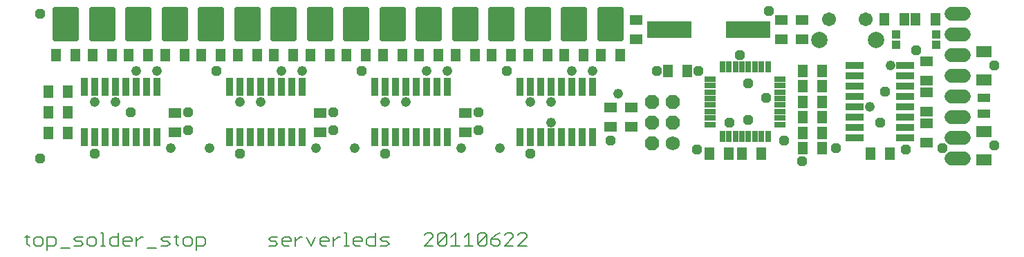
<source format=gts>
G75*
G70*
%OFA0B0*%
%FSLAX24Y24*%
%IPPOS*%
%LPD*%
%AMOC8*
5,1,8,0,0,1.08239X$1,22.5*
%
%ADD10C,0.0060*%
%ADD11R,0.0340X0.0880*%
%ADD12C,0.0252*%
%ADD13R,0.0493X0.0592*%
%ADD14R,0.0300X0.0580*%
%ADD15R,0.0580X0.0300*%
%ADD16R,0.0880X0.0340*%
%ADD17R,0.0592X0.0493*%
%ADD18R,0.2180X0.0840*%
%ADD19C,0.0789*%
%ADD20C,0.0674*%
%ADD21C,0.0680*%
%ADD22OC8,0.0680*%
%ADD23R,0.0395X0.0395*%
%ADD24C,0.0680*%
%ADD25R,0.0592X0.0434*%
%ADD26R,0.0749X0.0572*%
%ADD27C,0.0476*%
%ADD28OC8,0.0476*%
D10*
X003896Y002162D02*
X003896Y002803D01*
X004216Y002803D01*
X004323Y002696D01*
X004323Y002482D01*
X004216Y002376D01*
X003896Y002376D01*
X003679Y002482D02*
X003572Y002376D01*
X003358Y002376D01*
X003251Y002482D01*
X003251Y002696D01*
X003358Y002803D01*
X003572Y002803D01*
X003679Y002696D01*
X003679Y002482D01*
X003035Y002376D02*
X002929Y002482D01*
X002929Y002909D01*
X003035Y002803D02*
X002822Y002803D01*
X004541Y002269D02*
X004968Y002269D01*
X005185Y002376D02*
X005505Y002376D01*
X005612Y002482D01*
X005505Y002589D01*
X005292Y002589D01*
X005185Y002696D01*
X005292Y002803D01*
X005612Y002803D01*
X005830Y002696D02*
X005936Y002803D01*
X006150Y002803D01*
X006257Y002696D01*
X006257Y002482D01*
X006150Y002376D01*
X005936Y002376D01*
X005830Y002482D01*
X005830Y002696D01*
X006474Y003016D02*
X006581Y003016D01*
X006581Y002376D01*
X006474Y002376D02*
X006688Y002376D01*
X006904Y002482D02*
X007011Y002376D01*
X007331Y002376D01*
X007331Y003016D01*
X007331Y002803D02*
X007011Y002803D01*
X006904Y002696D01*
X006904Y002482D01*
X007548Y002482D02*
X007548Y002696D01*
X007655Y002803D01*
X007869Y002803D01*
X007975Y002696D01*
X007975Y002589D01*
X007548Y002589D01*
X007548Y002482D02*
X007655Y002376D01*
X007869Y002376D01*
X008193Y002376D02*
X008193Y002803D01*
X008406Y002803D02*
X008513Y002803D01*
X008406Y002803D02*
X008193Y002589D01*
X008730Y002269D02*
X009157Y002269D01*
X009374Y002376D02*
X009695Y002376D01*
X009801Y002482D01*
X009695Y002589D01*
X009481Y002589D01*
X009374Y002696D01*
X009481Y002803D01*
X009801Y002803D01*
X010019Y002803D02*
X010233Y002803D01*
X010126Y002909D02*
X010126Y002482D01*
X010233Y002376D01*
X010449Y002482D02*
X010555Y002376D01*
X010769Y002376D01*
X010876Y002482D01*
X010876Y002696D01*
X010769Y002803D01*
X010555Y002803D01*
X010449Y002696D01*
X010449Y002482D01*
X011093Y002376D02*
X011413Y002376D01*
X011520Y002482D01*
X011520Y002696D01*
X011413Y002803D01*
X011093Y002803D01*
X011093Y002162D01*
X014572Y002376D02*
X014892Y002376D01*
X014999Y002482D01*
X014892Y002589D01*
X014679Y002589D01*
X014572Y002696D01*
X014679Y002803D01*
X014999Y002803D01*
X015216Y002696D02*
X015323Y002803D01*
X015537Y002803D01*
X015643Y002696D01*
X015643Y002589D01*
X015216Y002589D01*
X015216Y002482D02*
X015216Y002696D01*
X015216Y002482D02*
X015323Y002376D01*
X015537Y002376D01*
X015861Y002376D02*
X015861Y002803D01*
X016074Y002803D02*
X016181Y002803D01*
X016074Y002803D02*
X015861Y002589D01*
X016398Y002803D02*
X016611Y002376D01*
X016825Y002803D01*
X017042Y002696D02*
X017149Y002803D01*
X017363Y002803D01*
X017469Y002696D01*
X017469Y002589D01*
X017042Y002589D01*
X017042Y002482D02*
X017042Y002696D01*
X017042Y002482D02*
X017149Y002376D01*
X017363Y002376D01*
X017687Y002376D02*
X017687Y002803D01*
X017901Y002803D02*
X018007Y002803D01*
X017901Y002803D02*
X017687Y002589D01*
X018654Y002589D02*
X019081Y002589D01*
X019081Y002696D01*
X018974Y002803D01*
X018761Y002803D01*
X018654Y002696D01*
X018654Y002482D01*
X018761Y002376D01*
X018974Y002376D01*
X019298Y002482D02*
X019298Y002696D01*
X019405Y002803D01*
X019725Y002803D01*
X019725Y003016D02*
X019725Y002376D01*
X019405Y002376D01*
X019298Y002482D01*
X019943Y002376D02*
X020263Y002376D01*
X020370Y002482D01*
X020263Y002589D01*
X020050Y002589D01*
X019943Y002696D01*
X020050Y002803D01*
X020370Y002803D01*
X022072Y002909D02*
X022179Y003016D01*
X022392Y003016D01*
X022499Y002909D01*
X022499Y002803D01*
X022072Y002376D01*
X022499Y002376D01*
X022716Y002482D02*
X023143Y002909D01*
X023143Y002482D01*
X023037Y002376D01*
X022823Y002376D01*
X022716Y002482D01*
X022716Y002909D01*
X022823Y003016D01*
X023037Y003016D01*
X023143Y002909D01*
X023361Y002803D02*
X023574Y003016D01*
X023574Y002376D01*
X023361Y002376D02*
X023788Y002376D01*
X024005Y002376D02*
X024432Y002376D01*
X024219Y002376D02*
X024219Y003016D01*
X024005Y002803D01*
X024650Y002909D02*
X024757Y003016D01*
X024970Y003016D01*
X025077Y002909D01*
X024650Y002482D01*
X024757Y002376D01*
X024970Y002376D01*
X025077Y002482D01*
X025077Y002909D01*
X025294Y002696D02*
X025615Y002696D01*
X025721Y002589D01*
X025721Y002482D01*
X025615Y002376D01*
X025401Y002376D01*
X025294Y002482D01*
X025294Y002696D01*
X025508Y002909D01*
X025721Y003016D01*
X025939Y002909D02*
X026046Y003016D01*
X026259Y003016D01*
X026366Y002909D01*
X026366Y002803D01*
X025939Y002376D01*
X026366Y002376D01*
X026584Y002376D02*
X027011Y002803D01*
X027011Y002909D01*
X026904Y003016D01*
X026690Y003016D01*
X026584Y002909D01*
X026584Y002376D02*
X027011Y002376D01*
X024650Y002482D02*
X024650Y002909D01*
X018438Y002376D02*
X018224Y002376D01*
X018331Y002376D02*
X018331Y003016D01*
X018224Y003016D01*
D11*
X019667Y007636D03*
X020167Y007636D03*
X020667Y007636D03*
X021167Y007636D03*
X021667Y007636D03*
X022167Y007636D03*
X022667Y007636D03*
X023167Y007636D03*
X026667Y007636D03*
X027167Y007636D03*
X027667Y007636D03*
X028167Y007636D03*
X028667Y007636D03*
X029167Y007636D03*
X029667Y007636D03*
X030167Y007636D03*
X030167Y010056D03*
X029667Y010056D03*
X029167Y010056D03*
X028667Y010056D03*
X028167Y010056D03*
X027667Y010056D03*
X027167Y010056D03*
X026667Y010056D03*
X023167Y010056D03*
X022667Y010056D03*
X022167Y010056D03*
X021667Y010056D03*
X021167Y010056D03*
X020667Y010056D03*
X020167Y010056D03*
X019667Y010056D03*
X016167Y010056D03*
X015667Y010056D03*
X015167Y010056D03*
X014667Y010056D03*
X014167Y010056D03*
X013667Y010056D03*
X013167Y010056D03*
X012667Y010056D03*
X009167Y010056D03*
X008667Y010056D03*
X008167Y010056D03*
X007667Y010056D03*
X007167Y010056D03*
X006667Y010056D03*
X006167Y010056D03*
X005667Y010056D03*
X005667Y007636D03*
X006167Y007636D03*
X006667Y007636D03*
X007167Y007636D03*
X007667Y007636D03*
X008167Y007636D03*
X008667Y007636D03*
X009167Y007636D03*
X012667Y007636D03*
X013167Y007636D03*
X013667Y007636D03*
X014167Y007636D03*
X014667Y007636D03*
X015167Y007636D03*
X015667Y007636D03*
X016167Y007636D03*
D12*
X016538Y012395D02*
X016538Y013797D01*
X017546Y013797D01*
X017546Y012395D01*
X016538Y012395D01*
X016538Y012646D02*
X017546Y012646D01*
X017546Y012897D02*
X016538Y012897D01*
X016538Y013148D02*
X017546Y013148D01*
X017546Y013399D02*
X016538Y013399D01*
X016538Y013650D02*
X017546Y013650D01*
X018288Y013797D02*
X018288Y012395D01*
X018288Y013797D02*
X019296Y013797D01*
X019296Y012395D01*
X018288Y012395D01*
X018288Y012646D02*
X019296Y012646D01*
X019296Y012897D02*
X018288Y012897D01*
X018288Y013148D02*
X019296Y013148D01*
X019296Y013399D02*
X018288Y013399D01*
X018288Y013650D02*
X019296Y013650D01*
X020038Y013797D02*
X020038Y012395D01*
X020038Y013797D02*
X021046Y013797D01*
X021046Y012395D01*
X020038Y012395D01*
X020038Y012646D02*
X021046Y012646D01*
X021046Y012897D02*
X020038Y012897D01*
X020038Y013148D02*
X021046Y013148D01*
X021046Y013399D02*
X020038Y013399D01*
X020038Y013650D02*
X021046Y013650D01*
X021788Y013797D02*
X021788Y012395D01*
X021788Y013797D02*
X022796Y013797D01*
X022796Y012395D01*
X021788Y012395D01*
X021788Y012646D02*
X022796Y012646D01*
X022796Y012897D02*
X021788Y012897D01*
X021788Y013148D02*
X022796Y013148D01*
X022796Y013399D02*
X021788Y013399D01*
X021788Y013650D02*
X022796Y013650D01*
X023538Y013797D02*
X023538Y012395D01*
X023538Y013797D02*
X024546Y013797D01*
X024546Y012395D01*
X023538Y012395D01*
X023538Y012646D02*
X024546Y012646D01*
X024546Y012897D02*
X023538Y012897D01*
X023538Y013148D02*
X024546Y013148D01*
X024546Y013399D02*
X023538Y013399D01*
X023538Y013650D02*
X024546Y013650D01*
X025288Y013797D02*
X025288Y012395D01*
X025288Y013797D02*
X026296Y013797D01*
X026296Y012395D01*
X025288Y012395D01*
X025288Y012646D02*
X026296Y012646D01*
X026296Y012897D02*
X025288Y012897D01*
X025288Y013148D02*
X026296Y013148D01*
X026296Y013399D02*
X025288Y013399D01*
X025288Y013650D02*
X026296Y013650D01*
X027038Y013797D02*
X027038Y012395D01*
X027038Y013797D02*
X028046Y013797D01*
X028046Y012395D01*
X027038Y012395D01*
X027038Y012646D02*
X028046Y012646D01*
X028046Y012897D02*
X027038Y012897D01*
X027038Y013148D02*
X028046Y013148D01*
X028046Y013399D02*
X027038Y013399D01*
X027038Y013650D02*
X028046Y013650D01*
X028788Y013797D02*
X028788Y012395D01*
X028788Y013797D02*
X029796Y013797D01*
X029796Y012395D01*
X028788Y012395D01*
X028788Y012646D02*
X029796Y012646D01*
X029796Y012897D02*
X028788Y012897D01*
X028788Y013148D02*
X029796Y013148D01*
X029796Y013399D02*
X028788Y013399D01*
X028788Y013650D02*
X029796Y013650D01*
X030538Y013797D02*
X030538Y012395D01*
X030538Y013797D02*
X031546Y013797D01*
X031546Y012395D01*
X030538Y012395D01*
X030538Y012646D02*
X031546Y012646D01*
X031546Y012897D02*
X030538Y012897D01*
X030538Y013148D02*
X031546Y013148D01*
X031546Y013399D02*
X030538Y013399D01*
X030538Y013650D02*
X031546Y013650D01*
X014788Y013797D02*
X014788Y012395D01*
X014788Y013797D02*
X015796Y013797D01*
X015796Y012395D01*
X014788Y012395D01*
X014788Y012646D02*
X015796Y012646D01*
X015796Y012897D02*
X014788Y012897D01*
X014788Y013148D02*
X015796Y013148D01*
X015796Y013399D02*
X014788Y013399D01*
X014788Y013650D02*
X015796Y013650D01*
X013038Y013797D02*
X013038Y012395D01*
X013038Y013797D02*
X014046Y013797D01*
X014046Y012395D01*
X013038Y012395D01*
X013038Y012646D02*
X014046Y012646D01*
X014046Y012897D02*
X013038Y012897D01*
X013038Y013148D02*
X014046Y013148D01*
X014046Y013399D02*
X013038Y013399D01*
X013038Y013650D02*
X014046Y013650D01*
X011288Y013797D02*
X011288Y012395D01*
X011288Y013797D02*
X012296Y013797D01*
X012296Y012395D01*
X011288Y012395D01*
X011288Y012646D02*
X012296Y012646D01*
X012296Y012897D02*
X011288Y012897D01*
X011288Y013148D02*
X012296Y013148D01*
X012296Y013399D02*
X011288Y013399D01*
X011288Y013650D02*
X012296Y013650D01*
X009538Y013797D02*
X009538Y012395D01*
X009538Y013797D02*
X010546Y013797D01*
X010546Y012395D01*
X009538Y012395D01*
X009538Y012646D02*
X010546Y012646D01*
X010546Y012897D02*
X009538Y012897D01*
X009538Y013148D02*
X010546Y013148D01*
X010546Y013399D02*
X009538Y013399D01*
X009538Y013650D02*
X010546Y013650D01*
X007788Y013797D02*
X007788Y012395D01*
X007788Y013797D02*
X008796Y013797D01*
X008796Y012395D01*
X007788Y012395D01*
X007788Y012646D02*
X008796Y012646D01*
X008796Y012897D02*
X007788Y012897D01*
X007788Y013148D02*
X008796Y013148D01*
X008796Y013399D02*
X007788Y013399D01*
X007788Y013650D02*
X008796Y013650D01*
X006038Y013797D02*
X006038Y012395D01*
X006038Y013797D02*
X007046Y013797D01*
X007046Y012395D01*
X006038Y012395D01*
X006038Y012646D02*
X007046Y012646D01*
X007046Y012897D02*
X006038Y012897D01*
X006038Y013148D02*
X007046Y013148D01*
X007046Y013399D02*
X006038Y013399D01*
X006038Y013650D02*
X007046Y013650D01*
X004288Y013797D02*
X004288Y012395D01*
X004288Y013797D02*
X005296Y013797D01*
X005296Y012395D01*
X004288Y012395D01*
X004288Y012646D02*
X005296Y012646D01*
X005296Y012897D02*
X004288Y012897D01*
X004288Y013148D02*
X005296Y013148D01*
X005296Y013399D02*
X004288Y013399D01*
X004288Y013650D02*
X005296Y013650D01*
D13*
X005264Y011596D03*
X006069Y011596D03*
X007014Y011596D03*
X007819Y011596D03*
X008764Y011596D03*
X009569Y011596D03*
X010514Y011596D03*
X011319Y011596D03*
X012264Y011596D03*
X013069Y011596D03*
X014014Y011596D03*
X014819Y011596D03*
X015764Y011596D03*
X016569Y011596D03*
X017514Y011596D03*
X018319Y011596D03*
X019264Y011596D03*
X020069Y011596D03*
X021014Y011596D03*
X021819Y011596D03*
X022764Y011596D03*
X023569Y011596D03*
X024514Y011596D03*
X025319Y011596D03*
X026264Y011596D03*
X027069Y011596D03*
X028014Y011596D03*
X028819Y011596D03*
X029764Y011596D03*
X030569Y011596D03*
X031514Y011596D03*
X033819Y010846D03*
X034764Y010846D03*
X040319Y010846D03*
X041264Y010846D03*
X041264Y010096D03*
X040319Y010096D03*
X040319Y009346D03*
X041264Y009346D03*
X041264Y008596D03*
X040319Y008596D03*
X040319Y007846D03*
X041264Y007846D03*
X041264Y007096D03*
X040319Y007096D03*
X038327Y006846D03*
X037382Y006846D03*
X036764Y006846D03*
X035819Y006846D03*
X043569Y006846D03*
X044514Y006846D03*
X044257Y013346D03*
X045202Y013346D03*
X045757Y013346D03*
X046702Y013346D03*
X004889Y009846D03*
X003944Y009846D03*
X003944Y008846D03*
X004889Y008846D03*
X004889Y007846D03*
X003944Y007846D03*
X004319Y011596D03*
D14*
X036439Y011036D03*
X036754Y011036D03*
X037069Y011036D03*
X037384Y011036D03*
X037699Y011036D03*
X038014Y011036D03*
X038329Y011036D03*
X038644Y011036D03*
X038644Y007656D03*
X038329Y007656D03*
X038014Y007656D03*
X037699Y007656D03*
X037384Y007656D03*
X037069Y007656D03*
X036754Y007656D03*
X036439Y007656D03*
D15*
X035852Y008243D03*
X035852Y008558D03*
X035852Y008873D03*
X035852Y009188D03*
X035852Y009503D03*
X035852Y009818D03*
X035852Y010133D03*
X035852Y010448D03*
X039232Y010448D03*
X039232Y010133D03*
X039232Y009818D03*
X039232Y009503D03*
X039232Y009188D03*
X039232Y008873D03*
X039232Y008558D03*
X039232Y008243D03*
D16*
X042832Y008096D03*
X042832Y007596D03*
X042832Y008596D03*
X042832Y009096D03*
X042832Y009596D03*
X042832Y010096D03*
X042832Y010596D03*
X042832Y011096D03*
X045252Y011096D03*
X045252Y010596D03*
X045252Y010096D03*
X045252Y009596D03*
X045252Y009096D03*
X045252Y008596D03*
X045252Y008096D03*
X045252Y007596D03*
D17*
X046292Y007373D03*
X046292Y008318D03*
X046292Y008873D03*
X046292Y009818D03*
X046292Y010373D03*
X046292Y011318D03*
X040292Y012373D03*
X039292Y012373D03*
X039292Y013318D03*
X040292Y013318D03*
X032292Y013318D03*
X032292Y012373D03*
X032042Y009068D03*
X031042Y009068D03*
X031042Y008123D03*
X032042Y008123D03*
X024042Y007873D03*
X024042Y008818D03*
X017042Y008818D03*
X017042Y007873D03*
X010042Y007873D03*
X010042Y008818D03*
D18*
X033892Y012846D03*
X037692Y012846D03*
D19*
X041101Y012338D03*
X043857Y012338D03*
D20*
X043365Y013322D03*
X041593Y013322D03*
D21*
X034042Y007346D03*
D22*
X033042Y007346D03*
X033042Y008346D03*
X034042Y008346D03*
X034042Y009346D03*
X033042Y009346D03*
D23*
X044827Y012096D03*
X044827Y012596D03*
X046756Y012596D03*
X046756Y012096D03*
D24*
X047492Y011596D02*
X048092Y011596D01*
X048092Y012596D02*
X047492Y012596D01*
X047492Y013596D02*
X048092Y013596D01*
X048092Y010596D02*
X047492Y010596D01*
X047492Y009596D02*
X048092Y009596D01*
X048092Y008596D02*
X047492Y008596D01*
X047492Y007596D02*
X048092Y007596D01*
X048092Y006596D02*
X047492Y006596D01*
D25*
X049042Y008784D03*
X049042Y009532D03*
D26*
X049042Y010407D03*
X049042Y011785D03*
X049042Y007910D03*
X049042Y006532D03*
D27*
X043542Y009096D03*
X044542Y011096D03*
X031417Y009721D03*
X030167Y010846D03*
X029167Y010846D03*
X028167Y009346D03*
X027167Y009346D03*
X028167Y008346D03*
X025729Y007096D03*
X023854Y007096D03*
X018729Y007096D03*
X016854Y007096D03*
X011729Y007096D03*
X009854Y007096D03*
X007167Y009346D03*
X006167Y009346D03*
X008167Y010846D03*
X009167Y010846D03*
X013167Y009346D03*
X014167Y009346D03*
X015167Y010846D03*
X016167Y010846D03*
X020167Y009346D03*
X021167Y009346D03*
X022167Y010846D03*
X023167Y010846D03*
D28*
X026042Y010846D03*
X024667Y008846D03*
X024667Y007971D03*
X027167Y006846D03*
X031042Y007471D03*
X035229Y007033D03*
X036792Y008346D03*
X037667Y008471D03*
X039417Y007471D03*
X041917Y007096D03*
X040292Y006471D03*
X044042Y008346D03*
X044292Y009846D03*
X045792Y011846D03*
X049542Y011096D03*
X049542Y007221D03*
X047042Y007096D03*
X045292Y007033D03*
X038542Y009533D03*
X037667Y010221D03*
X035292Y010846D03*
X033292Y010846D03*
X037292Y011596D03*
X038667Y013721D03*
X020167Y006846D03*
X017667Y007971D03*
X017667Y008846D03*
X019042Y010846D03*
X012042Y010846D03*
X010667Y008846D03*
X010667Y007971D03*
X013167Y006846D03*
X007917Y008846D03*
X006167Y006846D03*
X003542Y006596D03*
X003542Y013596D03*
M02*

</source>
